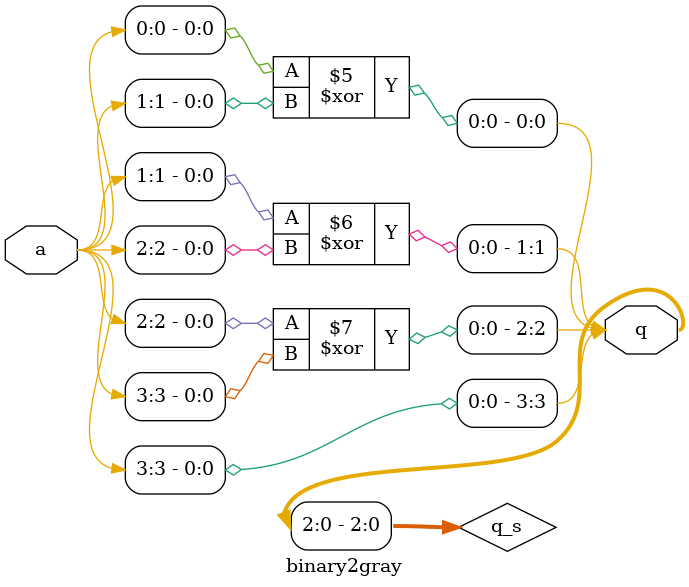
<source format=sv>
module binary2gray(
    input logic [3:0] a,
    output logic [3:0] q
);
logic [2:0] q_s;

assign  q[3] = a[3];
assign  q[2:0] = q_s[2:0];

always@(*) begin
    for(int i=0; i<3;i++) begin
        q_s[i] = a[i] ^ a[i+1]; 
    end
end

endmodule



</source>
